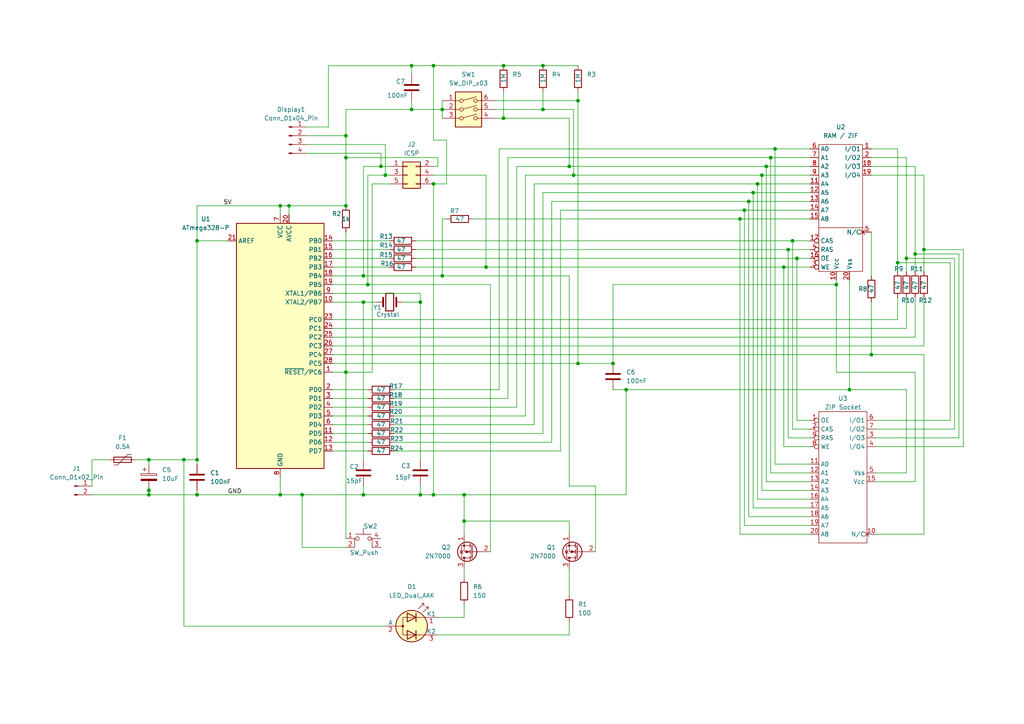
<source format=kicad_sch>
(kicad_sch (version 20231120) (generator "eeschema") (generator_version "8.0")
  (paper "A4")
  (title_block (title "RAM Tester Thru-Hole Version") (date "2024-11-24") (rev "1.1"))
  (lib_symbols
    (symbol "514256-DIP_1"
      (property "Reference" "514256" (at 12.7 6.604 0))
      (symbol "514256-DIP_1_0_1"
        (polyline (pts (xy 6.35 -19.05) (xy 19.05 -19.05)))
        (rectangle (start 6.35 5.08) (end 19.05 -31.75))
      )
      (symbol "514256-DIP_1_1_1"
        (pin bidirectional line (at 21.59 3.81 180) (length 2.54) (name "I/O1") (number "1"))
        (pin input line (at 11.43 -34.29 90) (length 2.54) (name "Vcc") (number "10"))
        (pin input line (at 3.81 -6.35 0) (length 2.54) (name "A4") (number "11"))
        (pin input line (at 3.81 -8.89 0) (length 2.54) (name "A5") (number "12"))
        (pin input line (at 3.81 -11.43 0) (length 2.54) (name "A6") (number "13"))
        (pin input line (at 3.81 -13.97 0) (length 2.54) (name "A7") (number "14"))
        (pin input line (at 3.81 -16.51 0) (length 2.54) (name "A8") (number "15"))
        (pin input inverted (at 3.81 -27.94 0) (length 2.54) (name "OE") (number "16"))
        (pin input inverted (at 3.81 -22.86 0) (length 2.54) (name "CAS") (number "17"))
        (pin bidirectional line (at 21.59 -1.27 180) (length 2.54) (name "I/O3") (number "18"))
        (pin bidirectional line (at 21.59 -3.81 180) (length 2.54) (name "I/O4") (number "19"))
        (pin bidirectional line (at 21.59 1.27 180) (length 2.54) (name "I/O2") (number "2"))
        (pin input line (at 15.24 -34.29 90) (length 2.54) (name "Vss") (number "20"))
        (pin input inverted (at 3.81 -30.48 0) (length 2.54) (name "WE") (number "3"))
        (pin input inverted (at 3.81 -25.4 0) (length 2.54) (name "RAS") (number "4"))
        (pin passive non_logic (at 21.59 -20.32 180) (length 2.54) (name "N/C") (number "5"))
        (pin input line (at 3.81 3.81 0) (length 2.54) (name "A0") (number "6"))
        (pin input line (at 3.81 1.27 0) (length 2.54) (name "A1") (number "7"))
        (pin input line (at 3.81 -1.27 0) (length 2.54) (name "A2") (number "8"))
        (pin input line (at 3.81 -3.81 0) (length 2.54) (name "A3") (number "9"))
      )
    )
    (symbol "Connector:Conn_01x02_Pin" (pin_names (offset 1.016) hide)
      (property "Reference" "J" (at 0 2.54 0))
      (property "Value" "Conn_01x02_Pin" (at 0 -5.08 0))
      (symbol "Conn_01x02_Pin_1_1"
        (polyline (pts (xy 1.27 -2.54) (xy 0.8636 -2.54)) (stroke (width 0.1524)))
        (polyline (pts (xy 1.27 0) (xy 0.8636 0)) (stroke (width 0.1524)))
        (rectangle (start 0.8636 -2.413) (end 0 -2.667) (stroke (width 0.1524)) (fill (type outline)))
        (rectangle (start 0.8636 0.127) (end 0 -0.127) (stroke (width 0.1524)) (fill (type outline)))
        (pin passive line (at 5.08 0 180) (length 3.81) (name "Pin_1") (number "1"))
        (pin passive line (at 5.08 -2.54 180) (length 3.81) (name "Pin_2") (number "2"))
      )
    )
    (symbol "Connector:Conn_01x04_Pin" (pin_names (offset 1.016) hide)
      (property "Reference" "J" (at 0 5.08 0))
      (property "Value" "Conn_01x04_Pin" (at 0 -7.62 0))
      (symbol "Conn_01x04_Pin_1_1"
        (polyline (pts (xy 1.27 -5.08) (xy 0.8636 -5.08)) (stroke (width 0.1524)))
        (polyline (pts (xy 1.27 -2.54) (xy 0.8636 -2.54)) (stroke (width 0.1524)))
        (polyline (pts (xy 1.27 0) (xy 0.8636 0)) (stroke (width 0.1524)))
        (polyline (pts (xy 1.27 2.54) (xy 0.8636 2.54)) (stroke (width 0.1524)))
        (rectangle (start 0.8636 -4.953) (end 0 -5.207) (stroke (width 0.1524)) (fill (type outline)))
        (rectangle (start 0.8636 -2.413) (end 0 -2.667) (stroke (width 0.1524)) (fill (type outline)))
        (rectangle (start 0.8636 0.127) (end 0 -0.127) (stroke (width 0.1524)) (fill (type outline)))
        (rectangle (start 0.8636 2.667) (end 0 2.413) (stroke (width 0.1524)) (fill (type outline)))
        (pin passive line (at 5.08 2.54 180) (length 3.81) (name "Pin_1") (number "1"))
        (pin passive line (at 5.08 0 180) (length 3.81) (name "Pin_2") (number "2"))
        (pin passive line (at 5.08 -2.54 180) (length 3.81) (name "Pin_3") (number "3"))
        (pin passive line (at 5.08 -5.08 180) (length 3.81) (name "Pin_4") (number "4"))
      )
    )
    (symbol "Connector_Generic:Conn_02x03_Odd_Even" (pin_names (offset 1.016) hide)
      (property "Reference" "J" (at 1.27 5.08 0))
      (property "Value" "Conn_02x03_Odd_Even" (at 1.27 -5.08 0))
      (symbol "Conn_02x03_Odd_Even_1_1"
        (rectangle (start -1.27 -2.413) (end 0 -2.667) (stroke (width 0.1524)))
        (rectangle (start -1.27 0.127) (end 0 -0.127) (stroke (width 0.1524)))
        (rectangle (start -1.27 2.667) (end 0 2.413) (stroke (width 0.1524)))
        (rectangle (start -1.27 3.81) (end 3.81 -3.81) (stroke (width 0.254)) (fill (type background)))
        (rectangle (start 3.81 -2.413) (end 2.54 -2.667) (stroke (width 0.1524)))
        (rectangle (start 3.81 0.127) (end 2.54 -0.127) (stroke (width 0.1524)))
        (rectangle (start 3.81 2.667) (end 2.54 2.413) (stroke (width 0.1524)))
        (pin passive line (at -5.08 2.54 0) (length 3.81) (name "Pin_1") (number "1"))
        (pin passive line (at 7.62 2.54 180) (length 3.81) (name "Pin_2") (number "2"))
        (pin passive line (at -5.08 0 0) (length 3.81) (name "Pin_3") (number "3"))
        (pin passive line (at 7.62 0 180) (length 3.81) (name "Pin_4") (number "4"))
        (pin passive line (at -5.08 -2.54 0) (length 3.81) (name "Pin_5") (number "5"))
        (pin passive line (at 7.62 -2.54 180) (length 3.81) (name "Pin_6") (number "6"))
      )
    )
    (symbol "Device:C" (pin_numbers hide) (pin_names (offset 0.254))
      (property "Reference" "C" (at 0.635 2.54 0))
      (property "Value" "C" (at 0.635 -2.54 0))
      (symbol "C_0_1"
        (polyline (pts (xy -2.032 -0.762) (xy 2.032 -0.762)) (stroke (width 0.508)))
        (polyline (pts (xy -2.032 0.762) (xy 2.032 0.762)) (stroke (width 0.508)))
      )
      (symbol "C_1_1"
        (pin passive line (at 0 3.81 270) (length 2.794) (name "~") (number "1"))
        (pin passive line (at 0 -3.81 90) (length 2.794) (name "~") (number "2"))
      )
    )
    (symbol "Device:C_Polarized" (pin_numbers hide) (pin_names (offset 0.254))
      (property "Reference" "C" (at 0.635 2.54 0))
      (property "Value" "C_Polarized" (at 0.635 -2.54 0))
      (symbol "C_Polarized_0_1"
        (rectangle (start -2.286 0.508) (end 2.286 1.016))
        (polyline (pts (xy -1.778 2.286) (xy -0.762 2.286)))
        (polyline (pts (xy -1.27 2.794) (xy -1.27 1.778)))
        (rectangle (start 2.286 -0.508) (end -2.286 -1.016) (fill (type outline)))
      )
      (symbol "C_Polarized_1_1"
        (pin passive line (at 0 3.81 270) (length 2.794) (name "~") (number "1"))
        (pin passive line (at 0 -3.81 90) (length 2.794) (name "~") (number "2"))
      )
    )
    (symbol "Device:Crystal" (pin_numbers hide) (pin_names (offset 1.016) hide)
      (property "Reference" "Y" (at 0 3.81 0))
      (property "Value" "Crystal" (at 0 -3.81 0))
      (symbol "Crystal_0_1"
        (rectangle (start -1.143 2.54) (end 1.143 -2.54) (stroke (width 0.3048)))
        (polyline (pts (xy -2.54 0) (xy -1.905 0)))
        (polyline (pts (xy -1.905 -1.27) (xy -1.905 1.27)) (stroke (width 0.508)))
        (polyline (pts (xy 1.905 -1.27) (xy 1.905 1.27)) (stroke (width 0.508)))
        (polyline (pts (xy 2.54 0) (xy 1.905 0)))
      )
      (symbol "Crystal_1_1"
        (pin passive line (at -3.81 0 0) (length 1.27) (name "1") (number "1"))
        (pin passive line (at 3.81 0 180) (length 1.27) (name "2") (number "2"))
      )
    )
    (symbol "Device:LED_Dual_KAK" (pin_names (offset 0))
      (property "Reference" "D" (at 0 5.715 0))
      (property "Value" "LED_Dual_KAK" (at 0 -6.35 0))
      (symbol "LED_Dual_KAK_0_1"
        (circle (center -2.54 0) (radius 0.2794) (fill (type outline)))
        (polyline (pts (xy -4.572 0) (xy -2.54 0)))
        (polyline (pts (xy 1.27 -1.27) (xy 1.27 -3.81)) (stroke (width 0.254)))
        (polyline (pts (xy 1.27 3.81) (xy 1.27 1.27)) (stroke (width 0.254)))
        (polyline (pts (xy 3.81 -2.54) (xy 1.905 -2.54)))
        (polyline (pts (xy 3.81 2.54) (xy 1.905 2.54)))
        (polyline (pts (xy -1.27 -1.27) (xy -1.27 -3.81) (xy 1.27 -2.54) (xy -1.27 -1.27)) (stroke (width 0.254)))
        (polyline (pts (xy -1.27 3.81) (xy -1.27 1.27) (xy 1.27 2.54) (xy -1.27 3.81)) (stroke (width 0.254)))
        (polyline (pts (xy 2.032 2.54) (xy -2.54 2.54) (xy -2.54 -2.54) (xy 2.032 -2.54)))
        (polyline (pts (xy 2.032 5.08) (xy 3.556 6.604) (xy 2.794 6.604) (xy 3.556 6.604) (xy 3.556 5.842)))
        (polyline (pts (xy 3.302 4.064) (xy 4.826 5.588) (xy 4.064 5.588) (xy 4.826 5.588) (xy 4.826 4.826)))
        (circle (center 0 0) (radius 4.572) (stroke (width 0.254)) (fill (type background)))
      )
      (symbol "LED_Dual_KAK_1_1"
        (pin input line (at 7.62 2.54 180) (length 3.81) (name "K1") (number "1"))
        (pin input line (at -7.62 0 0) (length 3.048) (name "A") (number "2"))
        (pin input line (at 7.62 -2.54 180) (length 3.81) (name "K2") (number "3"))
      )
    )
    (symbol "Device:Polyfuse" (pin_numbers hide) (pin_names (offset 0))
      (property "Reference" "F" (at -2.54 0 90))
      (property "Value" "Polyfuse" (at 2.54 0 90))
      (symbol "Polyfuse_0_1"
        (rectangle (start -0.762 2.54) (end 0.762 -2.54) (stroke (width 0.254)))
        (polyline (pts (xy 0 2.54) (xy 0 -2.54)))
        (polyline (pts (xy -1.524 2.54) (xy -1.524 1.524) (xy 1.524 -1.524) (xy 1.524 -2.54)))
      )
      (symbol "Polyfuse_1_1"
        (pin passive line (at 0 3.81 270) (length 1.27) (name "~") (number "1"))
        (pin passive line (at 0 -3.81 90) (length 1.27) (name "~") (number "2"))
      )
    )
    (symbol "Device:R" (pin_numbers hide) (pin_names (offset 0))
      (property "Reference" "R" (at 2.032 0 90))
      (property "Value" "R" (at 0 0 90))
      (symbol "R_0_1"
        (rectangle (start -1.016 -2.54) (end 1.016 2.54) (stroke (width 0.254)))
      )
      (symbol "R_1_1"
        (pin passive line (at 0 3.81 270) (length 1.27) (name "~") (number "1"))
        (pin passive line (at 0 -3.81 90) (length 1.27) (name "~") (number "2"))
      )
    )
    (symbol "MCU_Microchip_ATmega:ATmega328-P"
      (property "Reference" "U" (at -12.7 36.83 0))
      (property "Value" "ATmega328-P" (at 2.54 -36.83 0))
      (symbol "ATmega328-P_0_1"
        (rectangle (start -12.7 -35.56) (end 12.7 35.56) (stroke (width 0.254)) (fill (type background)))
      )
      (symbol "ATmega328-P_1_1"
        (pin bidirectional line (at 15.24 -7.62 180) (length 2.54) (name "~{RESET}/PC6") (number "1"))
        (pin bidirectional line (at 15.24 12.7 180) (length 2.54) (name "XTAL2/PB7") (number "10"))
        (pin bidirectional line (at 15.24 -25.4 180) (length 2.54) (name "PD5") (number "11"))
        (pin bidirectional line (at 15.24 -27.94 180) (length 2.54) (name "PD6") (number "12"))
        (pin bidirectional line (at 15.24 -30.48 180) (length 2.54) (name "PD7") (number "13"))
        (pin bidirectional line (at 15.24 30.48 180) (length 2.54) (name "PB0") (number "14"))
        (pin bidirectional line (at 15.24 27.94 180) (length 2.54) (name "PB1") (number "15"))
        (pin bidirectional line (at 15.24 25.4 180) (length 2.54) (name "PB2") (number "16"))
        (pin bidirectional line (at 15.24 22.86 180) (length 2.54) (name "PB3") (number "17"))
        (pin bidirectional line (at 15.24 20.32 180) (length 2.54) (name "PB4") (number "18"))
        (pin bidirectional line (at 15.24 17.78 180) (length 2.54) (name "PB5") (number "19"))
        (pin bidirectional line (at 15.24 -12.7 180) (length 2.54) (name "PD0") (number "2"))
        (pin power_in line (at 2.54 38.1 270) (length 2.54) (name "AVCC") (number "20"))
        (pin passive line (at -15.24 30.48 0) (length 2.54) (name "AREF") (number "21"))
        (pin passive line (at 0 -38.1 90) (length 2.54) hide (name "GND") (number "22"))
        (pin bidirectional line (at 15.24 7.62 180) (length 2.54) (name "PC0") (number "23"))
        (pin bidirectional line (at 15.24 5.08 180) (length 2.54) (name "PC1") (number "24"))
        (pin bidirectional line (at 15.24 2.54 180) (length 2.54) (name "PC2") (number "25"))
        (pin bidirectional line (at 15.24 0 180) (length 2.54) (name "PC3") (number "26"))
        (pin bidirectional line (at 15.24 -2.54 180) (length 2.54) (name "PC4") (number "27"))
        (pin bidirectional line (at 15.24 -5.08 180) (length 2.54) (name "PC5") (number "28"))
        (pin bidirectional line (at 15.24 -15.24 180) (length 2.54) (name "PD1") (number "3"))
        (pin bidirectional line (at 15.24 -17.78 180) (length 2.54) (name "PD2") (number "4"))
        (pin bidirectional line (at 15.24 -20.32 180) (length 2.54) (name "PD3") (number "5"))
        (pin bidirectional line (at 15.24 -22.86 180) (length 2.54) (name "PD4") (number "6"))
        (pin power_in line (at 0 38.1 270) (length 2.54) (name "VCC") (number "7"))
        (pin power_in line (at 0 -38.1 90) (length 2.54) (name "GND") (number "8"))
        (pin bidirectional line (at 15.24 15.24 180) (length 2.54) (name "XTAL1/PB6") (number "9"))
      )
    )
    (symbol "Memory_RAM:514256-ZIP"
      (property "Reference" "U" (at 1.27 0 0))
      (symbol "514256-ZIP_1_1"
        (rectangle (start -3.81 -1.27) (end 10.16 -39.37))
        (pin input inverted (at -6.35 -3.81 0) (length 2.54) (name "OE") (number "1"))
        (pin passive non_logic (at 12.7 -36.83 180) (length 2.54) (name "N/C") (number "10"))
        (pin input line (at -6.35 -16.51 0) (length 2.54) (name "A0") (number "11"))
        (pin input line (at -6.35 -19.05 0) (length 2.54) (name "A1") (number "12"))
        (pin input line (at -6.35 -21.59 0) (length 2.54) (name "A2") (number "13"))
        (pin input line (at -6.35 -24.13 0) (length 2.54) (name "A3") (number "14"))
        (pin input line (at 12.7 -21.59 180) (length 2.54) (name "Vcc") (number "15"))
        (pin input line (at -6.35 -26.67 0) (length 2.54) (name "A4") (number "16"))
        (pin input line (at -6.35 -29.21 0) (length 2.54) (name "A5") (number "17"))
        (pin input line (at -6.35 -31.75 0) (length 2.54) (name "A6") (number "18"))
        (pin input line (at -6.35 -34.29 0) (length 2.54) (name "A7") (number "19"))
        (pin input inverted (at -6.35 -6.35 0) (length 2.54) (name "CAS") (number "2"))
        (pin input line (at -6.35 -36.83 0) (length 2.54) (name "A8") (number "20"))
        (pin bidirectional line (at 12.7 -8.89 180) (length 2.54) (name "I/O3") (number "3"))
        (pin bidirectional line (at 12.7 -11.43 180) (length 2.54) (name "I/O4") (number "4"))
        (pin input line (at 12.7 -19.05 180) (length 2.54) (name "Vss") (number "5"))
        (pin bidirectional line (at 12.7 -3.81 180) (length 2.54) (name "I/O1") (number "6"))
        (pin bidirectional line (at 12.7 -6.35 180) (length 2.54) (name "I/O2") (number "7"))
        (pin input inverted (at -6.35 -11.43 0) (length 2.54) (name "WE") (number "8"))
        (pin input inverted (at -6.35 -8.89 0) (length 2.54) (name "RAS") (number "9"))
      )
    )
    (symbol "Switch:SW_DIP_x03" (pin_names (offset 0) hide)
      (property "Reference" "SW" (at 0 6.35 0))
      (property "Value" "SW_DIP_x03" (at 0 -6.35 0))
      (symbol "SW_DIP_x03_0_0"
        (circle (center -2.032 -2.54) (radius 0.508))
        (circle (center -2.032 0) (radius 0.508))
        (circle (center -2.032 2.54) (radius 0.508))
        (polyline (pts (xy -1.524 -2.413) (xy 2.3622 -1.3716)))
        (polyline (pts (xy -1.524 0.127) (xy 2.3622 1.1684)))
        (polyline (pts (xy -1.524 2.667) (xy 2.3622 3.7084)))
        (circle (center 2.032 -2.54) (radius 0.508))
        (circle (center 2.032 0) (radius 0.508))
        (circle (center 2.032 2.54) (radius 0.508))
      )
      (symbol "SW_DIP_x03_0_1"
        (rectangle (start -3.81 5.08) (end 3.81 -5.08) (stroke (width 0.254)) (fill (type background)))
      )
      (symbol "SW_DIP_x03_1_1"
        (pin passive line (at -7.62 2.54 0) (length 5.08) (name "~") (number "1"))
        (pin passive line (at -7.62 0 0) (length 5.08) (name "~") (number "2"))
        (pin passive line (at -7.62 -2.54 0) (length 5.08) (name "~") (number "3"))
        (pin passive line (at 7.62 -2.54 180) (length 5.08) (name "~") (number "4"))
        (pin passive line (at 7.62 0 180) (length 5.08) (name "~") (number "5"))
        (pin passive line (at 7.62 2.54 180) (length 5.08) (name "~") (number "6"))
      )
    )
    (symbol "Switch:SW_MEC_5E" (pin_names (offset 1.016) hide)
      (property "Reference" "SW" (at 0.635 5.715 0))
      (property "Value" "SW_MEC_5E" (at 0 -3.175 0))
      (symbol "SW_MEC_5E_0_1"
        (circle (center -1.778 2.54) (radius 0.508))
        (polyline (pts (xy -2.286 3.81) (xy 2.286 3.81)))
        (polyline (pts (xy 0 3.81) (xy 0 5.588)))
        (polyline (pts (xy -2.54 0) (xy -2.54 2.54) (xy -2.286 2.54)))
        (polyline (pts (xy 2.54 0) (xy 2.54 2.54) (xy 2.286 2.54)))
        (circle (center 1.778 2.54) (radius 0.508))
        (pin passive line (at -5.08 2.54 0) (length 2.54) (name "1") (number "1"))
        (pin passive line (at -5.08 0 0) (length 2.54) (name "2") (number "2"))
        (pin passive line (at 5.08 0 180) (length 2.54) (name "K") (number "3"))
        (pin passive line (at 5.08 2.54 180) (length 2.54) (name "A") (number "4"))
      )
    )
    (symbol "Transistor_FET:2N7000" (pin_names hide)
      (property "Reference" "Q" (at 5.08 1.905 0))
      (property "Value" "2N7000" (at 5.08 0 0))
      (symbol "2N7000_0_1"
        (polyline (pts (xy 0.254 0) (xy -2.54 0)))
        (polyline (pts (xy 0.254 1.905) (xy 0.254 -1.905)) (stroke (width 0.254)))
        (polyline (pts (xy 0.762 -1.27) (xy 0.762 -2.286)) (stroke (width 0.254)))
        (polyline (pts (xy 0.762 0.508) (xy 0.762 -0.508)) (stroke (width 0.254)))
        (polyline (pts (xy 0.762 2.286) (xy 0.762 1.27)) (stroke (width 0.254)))
        (polyline (pts (xy 2.54 2.54) (xy 2.54 1.778)))
        (polyline (pts (xy 2.54 -2.54) (xy 2.54 0) (xy 0.762 0)))
        (polyline (pts (xy 0.762 -1.778) (xy 3.302 -1.778) (xy 3.302 1.778) (xy 0.762 1.778)))
        (polyline (pts (xy 1.016 0) (xy 2.032 0.381) (xy 2.032 -0.381) (xy 1.016 0)) (fill (type outline)))
        (polyline (pts (xy 2.794 0.508) (xy 2.921 0.381) (xy 3.683 0.381) (xy 3.81 0.254)))
        (polyline (pts (xy 3.302 0.381) (xy 2.921 -0.254) (xy 3.683 -0.254) (xy 3.302 0.381)))
        (circle (center 1.651 0) (radius 2.794) (stroke (width 0.254)))
        (circle (center 2.54 -1.778) (radius 0.254) (fill (type outline)))
        (circle (center 2.54 1.778) (radius 0.254) (fill (type outline)))
      )
      (symbol "2N7000_1_1"
        (pin passive line (at 2.54 -5.08 90) (length 2.54) (name "S") (number "1"))
        (pin input line (at -5.08 0 0) (length 2.54) (name "G") (number "2"))
        (pin passive line (at 2.54 5.08 270) (length 2.54) (name "D") (number "3"))
      )
    )
  )
  (junction (at 121.92 143.51))
  (junction (at 262.89 74.93))
  (junction (at 83.82 59.69))
  (junction (at 43.18 133.35))
  (junction (at 100.33 45.72))
  (junction (at 105.41 87.63))
  (junction (at 100.33 59.69))
  (junction (at 217.17 58.42))
  (junction (at 157.48 19.05))
  (junction (at 128.27 31.75))
  (junction (at 53.34 133.35))
  (junction (at 100.33 39.37))
  (junction (at 57.15 133.35))
  (junction (at 57.15 143.51))
  (junction (at 146.05 19.05))
  (junction (at 119.38 31.75))
  (junction (at 165.1 48.26))
  (junction (at 214.63 63.5))
  (junction (at 220.98 50.8))
  (junction (at 43.18 143.51))
  (junction (at 260.35 76.2))
  (junction (at 105.41 80.01))
  (junction (at 121.92 87.63))
  (junction (at 128.27 80.01))
  (junction (at 111.76 50.8))
  (junction (at 134.62 151.13))
  (junction (at 81.28 59.69))
  (junction (at 181.61 113.03))
  (junction (at 146.05 34.29))
  (junction (at 229.87 69.85))
  (junction (at 224.79 43.18))
  (junction (at 246.38 113.03))
  (junction (at 125.73 143.51))
  (junction (at 140.97 77.47))
  (junction (at 43.18 142.24))
  (junction (at 219.71 53.34))
  (junction (at 167.64 29.21))
  (junction (at 215.9 60.96))
  (junction (at 87.63 143.51))
  (junction (at 119.38 19.05))
  (junction (at 252.73 102.87))
  (junction (at 177.8 105.41))
  (junction (at 267.97 72.39))
  (junction (at 242.57 82.55))
  (junction (at 110.49 48.26))
  (junction (at 157.48 31.75))
  (junction (at 57.15 69.85))
  (junction (at 228.6 72.39))
  (junction (at 223.52 45.72))
  (junction (at 218.44 55.88))
  (junction (at 106.68 82.55))
  (junction (at 105.41 143.51))
  (junction (at 125.73 53.34))
  (junction (at 231.14 74.93))
  (junction (at 166.37 50.8))
  (junction (at 167.64 105.41))
  (junction (at 134.62 143.51))
  (junction (at 81.28 143.51))
  (junction (at 227.33 77.47))
  (junction (at 100.33 107.95))
  (junction (at 222.25 48.26))
  (junction (at 265.43 73.66))
  (junction (at 125.73 19.05))
  (wire (pts (xy 114.3 123.19) (xy 154.94 123.19)))
  (wire (pts (xy 147.32 45.72) (xy 147.32 115.57)))
  (wire (pts (xy 107.95 53.34) (xy 107.95 107.95)))
  (wire (pts (xy 106.68 125.73) (xy 96.52 125.73)))
  (wire (pts (xy 140.97 50.8) (xy 140.97 77.47)))
  (wire (pts (xy 219.71 53.34) (xy 234.95 53.34)))
  (wire (pts (xy 57.15 134.62) (xy 57.15 133.35)))
  (wire (pts (xy 121.92 85.09) (xy 121.92 87.63)))
  (wire (pts (xy 152.4 50.8) (xy 166.37 50.8)))
  (wire (pts (xy 165.1 165.1) (xy 165.1 172.72)))
  (wire (pts (xy 172.72 140.97) (xy 165.1 140.97)))
  (wire (pts (xy 157.48 19.05) (xy 167.64 19.05)))
  (wire (pts (xy 262.89 113.03) (xy 246.38 113.03)))
  (wire (pts (xy 234.95 127) (xy 228.6 127)))
  (wire (pts (xy 228.6 127) (xy 228.6 72.39)))
  (wire (pts (xy 114.3 130.81) (xy 162.56 130.81)))
  (wire (pts (xy 129.54 40.64) (xy 129.54 53.34)))
  (wire (pts (xy 252.73 43.18) (xy 260.35 43.18)))
  (wire (pts (xy 105.41 87.63) (xy 105.41 133.35)))
  (wire (pts (xy 95.25 36.83) (xy 88.9 36.83)))
  (wire (pts (xy 220.98 50.8) (xy 234.95 50.8)))
  (wire (pts (xy 234.95 60.96) (xy 215.9 60.96)))
  (wire (pts (xy 100.33 158.75) (xy 87.63 158.75)))
  (wire (pts (xy 53.34 133.35) (xy 57.15 133.35)))
  (wire (pts (xy 278.13 73.66) (xy 265.43 73.66)))
  (wire (pts (xy 134.62 143.51) (xy 134.62 151.13)))
  (wire (pts (xy 114.3 125.73) (xy 157.48 125.73)))
  (wire (pts (xy 254 121.92) (xy 275.59 121.92)))
  (wire (pts (xy 262.89 74.93) (xy 276.86 74.93)))
  (wire (pts (xy 252.73 45.72) (xy 262.89 45.72)))
  (wire (pts (xy 227.33 129.54) (xy 227.33 77.47)))
  (wire (pts (xy 223.52 137.16) (xy 223.52 45.72)))
  (wire (pts (xy 121.92 87.63) (xy 121.92 133.35)))
  (wire (pts (xy 100.33 31.75) (xy 100.33 39.37)))
  (wire (pts (xy 57.15 59.69) (xy 81.28 59.69)))
  (wire (pts (xy 231.14 121.92) (xy 231.14 74.93)))
  (wire (pts (xy 146.05 26.67) (xy 146.05 34.29)))
  (wire (pts (xy 143.51 34.29) (xy 146.05 34.29)))
  (wire (pts (xy 125.73 40.64) (xy 129.54 40.64)))
  (wire (pts (xy 107.95 107.95) (xy 100.33 107.95)))
  (wire (pts (xy 134.62 143.51) (xy 181.61 143.51)))
  (wire (pts (xy 105.41 140.97) (xy 105.41 143.51)))
  (wire (pts (xy 234.95 134.62) (xy 224.79 134.62)))
  (wire (pts (xy 119.38 19.05) (xy 125.73 19.05)))
  (wire (pts (xy 106.68 82.55) (xy 142.24 82.55)))
  (wire (pts (xy 157.48 55.88) (xy 157.48 125.73)))
  (wire (pts (xy 166.37 31.75) (xy 166.37 50.8)))
  (wire (pts (xy 100.33 45.72) (xy 100.33 59.69)))
  (wire (pts (xy 105.41 48.26) (xy 105.41 80.01)))
  (wire (pts (xy 114.3 113.03) (xy 144.78 113.03)))
  (wire (pts (xy 279.4 72.39) (xy 279.4 129.54)))
  (wire (pts (xy 87.63 158.75) (xy 87.63 143.51)))
  (wire (pts (xy 105.41 87.63) (xy 109.22 87.63)))
  (wire (pts (xy 146.05 19.05) (xy 157.48 19.05)))
  (wire (pts (xy 113.03 53.34) (xy 107.95 53.34)))
  (wire (pts (xy 143.51 31.75) (xy 157.48 31.75)))
  (wire (pts (xy 276.86 74.93) (xy 276.86 124.46)))
  (wire (pts (xy 96.52 69.85) (xy 113.03 69.85)))
  (wire (pts (xy 96.52 102.87) (xy 252.73 102.87)))
  (wire (pts (xy 219.71 144.78) (xy 219.71 53.34)))
  (wire (pts (xy 96.52 113.03) (xy 106.68 113.03)))
  (wire (pts (xy 177.8 105.41) (xy 167.64 105.41)))
  (wire (pts (xy 167.64 26.67) (xy 167.64 29.21)))
  (wire (pts (xy 234.95 147.32) (xy 218.44 147.32)))
  (wire (pts (xy 265.43 139.7) (xy 265.43 107.95)))
  (wire (pts (xy 252.73 87.63) (xy 252.73 102.87)))
  (wire (pts (xy 149.86 48.26) (xy 165.1 48.26)))
  (wire (pts (xy 129.54 63.5) (xy 128.27 63.5)))
  (wire (pts (xy 228.6 72.39) (xy 234.95 72.39)))
  (wire (pts (xy 57.15 69.85) (xy 66.04 69.85)))
  (wire (pts (xy 129.54 53.34) (xy 125.73 53.34)))
  (wire (pts (xy 111.76 50.8) (xy 106.68 50.8)))
  (wire (pts (xy 88.9 44.45) (xy 110.49 44.45)))
  (wire (pts (xy 121.92 140.97) (xy 121.92 143.51)))
  (wire (pts (xy 43.18 133.35) (xy 53.34 133.35)))
  (wire (pts (xy 120.65 74.93) (xy 231.14 74.93)))
  (wire (pts (xy 149.86 118.11) (xy 149.86 48.26)))
  (wire (pts (xy 125.73 48.26) (xy 127 48.26)))
  (wire (pts (xy 134.62 151.13) (xy 134.62 154.94)))
  (wire (pts (xy 95.25 19.05) (xy 95.25 36.83)))
  (wire (pts (xy 57.15 142.24) (xy 57.15 143.51)))
  (wire (pts (xy 234.95 121.92) (xy 231.14 121.92)))
  (wire (pts (xy 146.05 34.29) (xy 165.1 34.29)))
  (wire (pts (xy 267.97 50.8) (xy 267.97 72.39)))
  (wire (pts (xy 214.63 63.5) (xy 137.16 63.5)))
  (wire (pts (xy 157.48 31.75) (xy 166.37 31.75)))
  (wire (pts (xy 234.95 124.46) (xy 229.87 124.46)))
  (wire (pts (xy 262.89 74.93) (xy 262.89 78.74)))
  (wire (pts (xy 134.62 165.1) (xy 134.62 167.64)))
  (wire (pts (xy 252.73 50.8) (xy 267.97 50.8)))
  (wire (pts (xy 152.4 50.8) (xy 152.4 120.65)))
  (wire (pts (xy 120.65 77.47) (xy 140.97 77.47)))
  (wire (pts (xy 119.38 29.21) (xy 119.38 31.75)))
  (wire (pts (xy 106.68 50.8) (xy 106.68 82.55)))
  (wire (pts (xy 144.78 43.18) (xy 224.79 43.18)))
  (wire (pts (xy 223.52 45.72) (xy 147.32 45.72)))
  (wire (pts (xy 110.49 44.45) (xy 110.49 48.26)))
  (wire (pts (xy 100.33 59.69) (xy 83.82 59.69)))
  (wire (pts (xy 154.94 53.34) (xy 219.71 53.34)))
  (wire (pts (xy 165.1 48.26) (xy 222.25 48.26)))
  (wire (pts (xy 265.43 97.79) (xy 96.52 97.79)))
  (wire (pts (xy 53.34 181.61) (xy 111.76 181.61)))
  (wire (pts (xy 119.38 19.05) (xy 95.25 19.05)))
  (wire (pts (xy 142.24 82.55) (xy 142.24 160.02)))
  (wire (pts (xy 114.3 118.11) (xy 149.86 118.11)))
  (wire (pts (xy 262.89 95.25) (xy 96.52 95.25)))
  (wire (pts (xy 224.79 43.18) (xy 234.95 43.18)))
  (wire (pts (xy 229.87 124.46) (xy 229.87 69.85)))
  (wire (pts (xy 265.43 48.26) (xy 265.43 73.66)))
  (wire (pts (xy 96.52 115.57) (xy 106.68 115.57)))
  (wire (pts (xy 166.37 50.8) (xy 220.98 50.8)))
  (wire (pts (xy 234.95 45.72) (xy 223.52 45.72)))
  (wire (pts (xy 252.73 67.31) (xy 252.73 80.01)))
  (wire (pts (xy 81.28 59.69) (xy 81.28 62.23)))
  (wire (pts (xy 128.27 31.75) (xy 128.27 34.29)))
  (wire (pts (xy 262.89 86.36) (xy 262.89 95.25)))
  (wire (pts (xy 140.97 77.47) (xy 227.33 77.47)))
  (wire (pts (xy 127 179.07) (xy 134.62 179.07)))
  (wire (pts (xy 96.52 123.19) (xy 106.68 123.19)))
  (wire (pts (xy 234.95 63.5) (xy 214.63 63.5)))
  (wire (pts (xy 43.18 143.51) (xy 57.15 143.51)))
  (wire (pts (xy 81.28 143.51) (xy 87.63 143.51)))
  (wire (pts (xy 177.8 113.03) (xy 181.61 113.03)))
  (wire (pts (xy 96.52 128.27) (xy 106.68 128.27)))
  (wire (pts (xy 162.56 60.96) (xy 162.56 130.81)))
  (wire (pts (xy 114.3 115.57) (xy 147.32 115.57)))
  (wire (pts (xy 242.57 81.28) (xy 242.57 82.55)))
  (wire (pts (xy 242.57 82.55) (xy 177.8 82.55)))
  (wire (pts (xy 120.65 72.39) (xy 228.6 72.39)))
  (wire (pts (xy 222.25 48.26) (xy 234.95 48.26)))
  (wire (pts (xy 218.44 55.88) (xy 157.48 55.88)))
  (wire (pts (xy 105.41 80.01) (xy 128.27 80.01)))
  (wire (pts (xy 215.9 60.96) (xy 162.56 60.96)))
  (wire (pts (xy 100.33 67.31) (xy 100.33 107.95)))
  (wire (pts (xy 127 48.26) (xy 127 45.72)))
  (wire (pts (xy 260.35 43.18) (xy 260.35 76.2)))
  (wire (pts (xy 234.95 152.4) (xy 215.9 152.4)))
  (wire (pts (xy 252.73 102.87) (xy 267.97 102.87)))
  (wire (pts (xy 167.64 29.21) (xy 167.64 105.41)))
  (wire (pts (xy 134.62 151.13) (xy 165.1 151.13)))
  (wire (pts (xy 165.1 151.13) (xy 165.1 154.94)))
  (wire (pts (xy 157.48 26.67) (xy 157.48 31.75)))
  (wire (pts (xy 267.97 86.36) (xy 267.97 100.33)))
  (wire (pts (xy 234.95 144.78) (xy 219.71 144.78)))
  (wire (pts (xy 260.35 76.2) (xy 260.35 78.74)))
  (wire (pts (xy 96.52 100.33) (xy 267.97 100.33)))
  (wire (pts (xy 262.89 137.16) (xy 262.89 113.03)))
  (wire (pts (xy 242.57 107.95) (xy 242.57 82.55)))
  (wire (pts (xy 181.61 113.03) (xy 246.38 113.03)))
  (wire (pts (xy 128.27 29.21) (xy 128.27 31.75)))
  (wire (pts (xy 114.3 120.65) (xy 152.4 120.65)))
  (wire (pts (xy 114.3 128.27) (xy 160.02 128.27)))
  (wire (pts (xy 128.27 80.01) (xy 165.1 80.01)))
  (wire (pts (xy 111.76 41.91) (xy 111.76 50.8)))
  (wire (pts (xy 254 127) (xy 278.13 127)))
  (wire (pts (xy 265.43 73.66) (xy 265.43 78.74)))
  (wire (pts (xy 267.97 72.39) (xy 279.4 72.39)))
  (wire (pts (xy 96.52 107.95) (xy 100.33 107.95)))
  (wire (pts (xy 260.35 86.36) (xy 260.35 92.71)))
  (wire (pts (xy 260.35 92.71) (xy 96.52 92.71)))
  (wire (pts (xy 177.8 82.55) (xy 177.8 105.41)))
  (wire (pts (xy 96.52 87.63) (xy 105.41 87.63)))
  (wire (pts (xy 220.98 142.24) (xy 220.98 50.8)))
  (wire (pts (xy 222.25 139.7) (xy 222.25 48.26)))
  (wire (pts (xy 96.52 77.47) (xy 113.03 77.47)))
  (wire (pts (xy 96.52 80.01) (xy 105.41 80.01)))
  (wire (pts (xy 125.73 143.51) (xy 134.62 143.51)))
  (wire (pts (xy 57.15 69.85) (xy 57.15 59.69)))
  (wire (pts (xy 144.78 113.03) (xy 144.78 43.18)))
  (wire (pts (xy 57.15 143.51) (xy 81.28 143.51)))
  (wire (pts (xy 246.38 81.28) (xy 246.38 113.03)))
  (wire (pts (xy 96.52 85.09) (xy 121.92 85.09)))
  (wire (pts (xy 267.97 154.94) (xy 254 154.94)))
  (wire (pts (xy 125.73 19.05) (xy 125.73 40.64)))
  (wire (pts (xy 43.18 133.35) (xy 43.18 134.62)))
  (wire (pts (xy 234.95 129.54) (xy 227.33 129.54)))
  (wire (pts (xy 154.94 123.19) (xy 154.94 53.34)))
  (wire (pts (xy 254 139.7) (xy 265.43 139.7)))
  (wire (pts (xy 87.63 143.51) (xy 105.41 143.51)))
  (wire (pts (xy 160.02 58.42) (xy 217.17 58.42)))
  (wire (pts (xy 165.1 34.29) (xy 165.1 48.26)))
  (wire (pts (xy 234.95 55.88) (xy 218.44 55.88)))
  (wire (pts (xy 120.65 69.85) (xy 229.87 69.85)))
  (wire (pts (xy 53.34 181.61) (xy 53.34 133.35)))
  (wire (pts (xy 96.52 82.55) (xy 106.68 82.55)))
  (wire (pts (xy 125.73 50.8) (xy 140.97 50.8)))
  (wire (pts (xy 218.44 147.32) (xy 218.44 55.88)))
  (wire (pts (xy 265.43 86.36) (xy 265.43 97.79)))
  (wire (pts (xy 100.33 107.95) (xy 100.33 156.21)))
  (wire (pts (xy 43.18 140.97) (xy 43.18 142.24)))
  (wire (pts (xy 165.1 180.34) (xy 165.1 184.15)))
  (wire (pts (xy 81.28 138.43) (xy 81.28 143.51)))
  (wire (pts (xy 100.33 39.37) (xy 100.33 45.72)))
  (wire (pts (xy 96.52 118.11) (xy 106.68 118.11)))
  (wire (pts (xy 83.82 59.69) (xy 81.28 59.69)))
  (wire (pts (xy 110.49 48.26) (xy 105.41 48.26)))
  (wire (pts (xy 43.18 142.24) (xy 43.18 143.51)))
  (wire (pts (xy 234.95 137.16) (xy 223.52 137.16)))
  (wire (pts (xy 57.15 133.35) (xy 57.15 69.85)))
  (wire (pts (xy 275.59 76.2) (xy 260.35 76.2)))
  (wire (pts (xy 88.9 41.91) (xy 111.76 41.91)))
  (wire (pts (xy 100.33 31.75) (xy 119.38 31.75)))
  (wire (pts (xy 231.14 74.93) (xy 234.95 74.93)))
  (wire (pts (xy 181.61 113.03) (xy 181.61 143.51)))
  (wire (pts (xy 96.52 72.39) (xy 113.03 72.39)))
  (wire (pts (xy 214.63 154.94) (xy 214.63 63.5)))
  (wire (pts (xy 278.13 127) (xy 278.13 73.66)))
  (wire (pts (xy 229.87 69.85) (xy 234.95 69.85)))
  (wire (pts (xy 134.62 179.07) (xy 134.62 175.26)))
  (wire (pts (xy 127 45.72) (xy 100.33 45.72)))
  (wire (pts (xy 262.89 45.72) (xy 262.89 74.93)))
  (wire (pts (xy 217.17 58.42) (xy 234.95 58.42)))
  (wire (pts (xy 172.72 160.02) (xy 172.72 140.97)))
  (wire (pts (xy 128.27 63.5) (xy 128.27 80.01)))
  (wire (pts (xy 234.95 142.24) (xy 220.98 142.24)))
  (wire (pts (xy 113.03 50.8) (xy 111.76 50.8)))
  (wire (pts (xy 119.38 21.59) (xy 119.38 19.05)))
  (wire (pts (xy 26.67 143.51) (xy 43.18 143.51)))
  (wire (pts (xy 276.86 124.46) (xy 254 124.46)))
  (wire (pts (xy 265.43 107.95) (xy 242.57 107.95)))
  (wire (pts (xy 105.41 143.51) (xy 121.92 143.51)))
  (wire (pts (xy 275.59 121.92) (xy 275.59 76.2)))
  (wire (pts (xy 96.52 120.65) (xy 106.68 120.65)))
  (wire (pts (xy 279.4 129.54) (xy 254 129.54)))
  (wire (pts (xy 106.68 130.81) (xy 96.52 130.81)))
  (wire (pts (xy 83.82 62.23) (xy 83.82 59.69)))
  (wire (pts (xy 121.92 87.63) (xy 116.84 87.63)))
  (wire (pts (xy 234.95 139.7) (xy 222.25 139.7)))
  (wire (pts (xy 252.73 48.26) (xy 265.43 48.26)))
  (wire (pts (xy 39.37 133.35) (xy 43.18 133.35)))
  (wire (pts (xy 165.1 80.01) (xy 165.1 140.97)))
  (wire (pts (xy 234.95 149.86) (xy 217.17 149.86)))
  (wire (pts (xy 26.67 133.35) (xy 31.75 133.35)))
  (wire (pts (xy 234.95 154.94) (xy 214.63 154.94)))
  (wire (pts (xy 125.73 53.34) (xy 125.73 143.51)))
  (wire (pts (xy 217.17 149.86) (xy 217.17 58.42)))
  (wire (pts (xy 267.97 102.87) (xy 267.97 154.94)))
  (wire (pts (xy 119.38 31.75) (xy 128.27 31.75)))
  (wire (pts (xy 88.9 39.37) (xy 100.33 39.37)))
  (wire (pts (xy 267.97 72.39) (xy 267.97 78.74)))
  (wire (pts (xy 143.51 29.21) (xy 167.64 29.21)))
  (wire (pts (xy 165.1 184.15) (xy 127 184.15)))
  (wire (pts (xy 224.79 134.62) (xy 224.79 43.18)))
  (wire (pts (xy 113.03 48.26) (xy 110.49 48.26)))
  (wire (pts (xy 254 137.16) (xy 262.89 137.16)))
  (wire (pts (xy 160.02 128.27) (xy 160.02 58.42)))
  (wire (pts (xy 121.92 143.51) (xy 125.73 143.51)))
  (wire (pts (xy 146.05 19.05) (xy 125.73 19.05)))
  (wire (pts (xy 167.64 105.41) (xy 96.52 105.41)))
  (wire (pts (xy 96.52 74.93) (xy 113.03 74.93)))
  (wire (pts (xy 26.67 140.97) (xy 26.67 133.35)))
  (wire (pts (xy 215.9 152.4) (xy 215.9 60.96)))
  (wire (pts (xy 227.33 77.47) (xy 234.95 77.47)))
  (label "5V" (at 64.77 59.69 0) (property "Netclass" "Vcc" (effects (hide yes))))
  (label "GND" (at 66.04 143.51 0) (property "Netclass" "GND" (effects (hide yes))))
  (symbol (lib_id "Device:R") (at 260.35 82.55 0) (unit 1)
    (property "Reference" "R9" (at 259.334 77.978 0) (effects (justify left)))
    (property "Value" "47" (at 260.35 84.074 90) (effects (justify left)))
    (property "Footprint" "Resistor_THT:R_Axial_DIN0204_L3.6mm_D1.6mm_P7.62mm_Horizontal" (effects (hide yes)))
    (property "Description" "Resistor" (effects (hide yes)))
  )
  (symbol (lib_id "Memory_RAM:514256-ZIP") (at 241.3 118.11 0) (unit 1)
    (property "Reference" "U3" (at 244.475 115.57 0))
    (property "Value" "ZIP Socket" (at 244.475 118.11 0))
    (property "Footprint" "Package_DIP:ZIP-20" (effects (hide yes)))
  )
  (symbol (lib_id "Device:Crystal") (at 113.03 87.63 0) (unit 1)
    (property "Reference" "Y1" (at 109.474 89.154 0))
    (property "Value" "Crystal" (at 112.522 91.186 0))
    (property "Footprint" "Crystal:Crystal_HC49-U_Vertical" (effects (hide yes)))
    (property "Description" "Two pin crystal" (effects (hide yes)))
  )
  (symbol (lib_id "Device:R") (at 252.73 83.82 180) (unit 1)
    (property "Reference" "R8" (at 248.92 83.82 0) (effects (justify right)))
    (property "Value" "47" (at 252.73 85.09 90) (effects (justify right)))
    (property "Footprint" "Resistor_THT:R_Axial_DIN0204_L3.6mm_D1.6mm_P7.62mm_Horizontal" (effects (hide yes)))
    (property "Description" "Resistor" (effects (hide yes)))
  )
  (symbol (lib_id "Device:R") (at 110.49 125.73 90) (unit 1)
    (property "Reference" "R22" (at 115.062 124.714 90))
    (property "Value" "47" (at 110.49 125.73 90))
    (property "Footprint" "Resistor_THT:R_Axial_DIN0204_L3.6mm_D1.6mm_P7.62mm_Horizontal" (effects (hide yes)))
    (property "Description" "Resistor" (effects (hide yes)))
  )
  (symbol (lib_id "Device:R") (at 165.1 176.53 180) (unit 1)
    (property "Reference" "R1" (at 167.64 175.2599 0) (effects (justify right)))
    (property "Value" "100" (at 167.64 177.7999 0) (effects (justify right)))
    (property "Footprint" "Resistor_THT:R_Axial_DIN0204_L3.6mm_D1.6mm_P7.62mm_Horizontal" (effects (hide yes)))
    (property "Description" "Resistor" (effects (hide yes)))
  )
  (symbol (lib_id "Device:R") (at 167.64 22.86 0) (unit 1)
    (property "Reference" "R3" (at 170.18 21.5899 0) (effects (justify left)))
    (property "Value" "1M" (at 167.64 24.13 90) (effects (justify left)))
    (property "Footprint" "Resistor_THT:R_Axial_DIN0204_L3.6mm_D1.6mm_P7.62mm_Horizontal" (effects (hide yes)))
    (property "Description" "Resistor" (effects (hide yes)))
  )
  (symbol (lib_id "Device:R") (at 110.49 115.57 90) (unit 1)
    (property "Reference" "R18" (at 114.808 114.554 90))
    (property "Value" "47" (at 110.49 113.03 90))
    (property "Footprint" "Resistor_THT:R_Axial_DIN0204_L3.6mm_D1.6mm_P7.62mm_Horizontal" (effects (hide yes)))
    (property "Description" "Resistor" (effects (hide yes)))
  )
  (symbol (lib_id "Device:Polyfuse") (at 35.56 133.35 90) (unit 1)
    (property "Reference" "F1" (at 35.56 127 90))
    (property "Value" "0.5A" (at 35.56 129.54 90))
    (property "Footprint" "Fuse:Fuse_Littelfuse_395Series" (effects (hide yes)))
    (property "Description" "Resettable fuse, polymeric positive temperature coefficient" (effects (hide yes)))
  )
  (symbol (lib_id "Device:R") (at 134.62 171.45 0) (unit 1)
    (property "Reference" "R6" (at 137.16 170.1799 0) (effects (justify left)))
    (property "Value" "150" (at 137.16 172.7199 0) (effects (justify left)))
    (property "Footprint" "Resistor_THT:R_Axial_DIN0204_L3.6mm_D1.6mm_P7.62mm_Horizontal" (effects (hide yes)))
    (property "Description" "Resistor" (effects (hide yes)))
  )
  (symbol (lib_id "Device:C") (at 121.92 137.16 0) (unit 1)
    (property "Reference" "C3" (at 116.332 135.128 0) (effects (justify left)))
    (property "Value" "15pF" (at 114.554 138.43 0) (effects (justify left)))
    (property "Footprint" "Capacitor_THT:C_Disc_D4.3mm_W1.9mm_P5.00mm" (effects (hide yes)))
    (property "Description" "Unpolarized capacitor" (effects (hide yes)))
  )
  (symbol (lib_id "Device:R") (at 110.49 120.65 90) (unit 1)
    (property "Reference" "R20" (at 114.808 119.38 90))
    (property "Value" "47" (at 110.49 120.65 90))
    (property "Footprint" "Resistor_THT:R_Axial_DIN0204_L3.6mm_D1.6mm_P7.62mm_Horizontal" (effects (hide yes)))
    (property "Description" "Resistor" (effects (hide yes)))
  )
  (symbol (lib_id "Device:R") (at 133.35 63.5 90) (unit 1)
    (property "Reference" "R7" (at 131.826 61.214 90))
    (property "Value" "47" (at 133.35 63.5 90))
    (property "Footprint" "Resistor_THT:R_Axial_DIN0204_L3.6mm_D1.6mm_P7.62mm_Horizontal" (effects (hide yes)))
    (property "Description" "Resistor" (effects (hide yes)))
  )
  (symbol (lib_id "Device:R") (at 116.84 74.93 90) (unit 1)
    (property "Reference" "R15" (at 112.014 73.914 90))
    (property "Value" "47" (at 116.332 74.93 90))
    (property "Footprint" "Resistor_THT:R_Axial_DIN0204_L3.6mm_D1.6mm_P7.62mm_Horizontal" (effects (hide yes)))
    (property "Description" "Resistor" (effects (hide yes)))
  )
  (symbol (lib_id "Connector_Generic:Conn_02x03_Odd_Even") (at 118.11 50.8 0) (unit 1)
    (property "Reference" "J2" (at 119.38 41.91 0))
    (property "Value" "ICSP" (at 119.38 44.45 0))
    (property "Footprint" "Connector_PinHeader_2.54mm:PinHeader_2x03_P2.54mm_Vertical" (effects (hide yes)))
    (property "Description" "Generic connector, double row, 02x03, odd/even pin numbering scheme (row 1 odd numbers, row 2 even numbers), script generated (kicad-library-utils/schlib/autogen/connector/)" (effects (hide yes)))
  )
  (symbol (lib_id "Device:R") (at 110.49 130.81 90) (unit 1)
    (property "Reference" "R24" (at 115.062 130.048 90))
    (property "Value" "47" (at 110.49 130.81 90))
    (property "Footprint" "Resistor_THT:R_Axial_DIN0204_L3.6mm_D1.6mm_P7.62mm_Horizontal" (effects (hide yes)))
    (property "Description" "Resistor" (effects (hide yes)))
  )
  (symbol (lib_id "Transistor_FET:2N7000") (at 137.16 160.02 180) (unit 1)
    (property "Reference" "Q2" (at 130.81 158.7499 0) (effects (justify left)))
    (property "Value" "2N7000" (at 130.81 161.2899 0) (effects (justify left)))
    (property "Footprint" "Package_TO_SOT_THT:TO-92_Inline" (effects (hide yes)))
    (property "Datasheet" "https://www.vishay.com/docs/70226/70226.pdf" (effects (hide yes)))
    (property "Description" "0.2A Id, 200V Vds, N-Channel MOSFET, 2.6V Logic Level, TO-92" (effects (hide yes)))
  )
  (symbol (lib_id "Switch:SW_DIP_x03") (at 135.89 31.75 0) (unit 1)
    (property "Reference" "SW1" (at 135.89 21.59 0))
    (property "Value" "SW_DIP_x03" (at 135.89 24.13 0))
    (property "Footprint" "Button_Switch_THT:SW_DIP_SPSTx03_Slide_9.78x9.8mm_W7.62mm_P2.54mm" (effects (hide yes)))
    (property "Description" "3x DIP Switch, Single Pole Single Throw (SPST) switch, small symbol" (effects (hide yes)))
  )
  (symbol (lib_name "514256-DIP_1") (lib_id "Memory_RAM:514256-DIP") (at 231.14 46.99 0) (unit 1)
    (property "Reference" "U2" (at 243.84 36.83 0))
    (property "Value" "RAM / ZIF" (at 243.84 39.37 0))
    (property "Footprint" "Package_DIP:DIP-20_W7.62mm_LongPads" (effects (hide yes)))
  )
  (symbol (lib_id "Device:R") (at 262.89 82.55 0) (unit 1)
    (property "Reference" "R10" (at 261.366 87.122 0) (effects (justify left)))
    (property "Value" "47" (at 262.89 84.074 90) (effects (justify left)))
    (property "Footprint" "Resistor_THT:R_Axial_DIN0204_L3.6mm_D1.6mm_P7.62mm_Horizontal" (effects (hide yes)))
    (property "Description" "Resistor" (effects (hide yes)))
  )
  (symbol (lib_id "Device:R") (at 110.49 128.27 90) (unit 1)
    (property "Reference" "R23" (at 115.062 127.254 90))
    (property "Value" "47" (at 110.49 128.27 90))
    (property "Footprint" "Resistor_THT:R_Axial_DIN0204_L3.6mm_D1.6mm_P7.62mm_Horizontal" (effects (hide yes)))
    (property "Description" "Resistor" (effects (hide yes)))
  )
  (symbol (lib_id "Device:R") (at 116.84 69.85 90) (unit 1)
    (property "Reference" "R13" (at 112.014 68.58 90))
    (property "Value" "47" (at 116.332 69.85 90))
    (property "Footprint" "Resistor_THT:R_Axial_DIN0204_L3.6mm_D1.6mm_P7.62mm_Horizontal" (effects (hide yes)))
    (property "Description" "Resistor" (effects (hide yes)))
  )
  (symbol (lib_id "Device:R") (at 110.49 118.11 90) (unit 1)
    (property "Reference" "R19" (at 114.808 117.094 90))
    (property "Value" "47" (at 110.49 118.11 90))
    (property "Footprint" "Resistor_THT:R_Axial_DIN0204_L3.6mm_D1.6mm_P7.62mm_Horizontal" (effects (hide yes)))
    (property "Description" "Resistor" (effects (hide yes)))
  )
  (symbol (lib_id "Device:R") (at 110.49 113.03 90) (unit 1)
    (property "Reference" "R17" (at 114.808 112.014 90))
    (property "Value" "47" (at 110.49 115.57 90))
    (property "Footprint" "Resistor_THT:R_Axial_DIN0204_L3.6mm_D1.6mm_P7.62mm_Horizontal" (effects (hide yes)))
    (property "Description" "Resistor" (effects (hide yes)))
  )
  (symbol (lib_id "Device:R") (at 100.33 63.5 0) (unit 1)
    (property "Reference" "R2" (at 96.266 61.976 0) (effects (justify left)))
    (property "Value" "1k" (at 99.06 63.5 0) (effects (justify left)))
    (property "Footprint" "Resistor_THT:R_Axial_DIN0204_L3.6mm_D1.6mm_P7.62mm_Horizontal" (effects (hide yes)))
    (property "Description" "Resistor" (effects (hide yes)))
  )
  (symbol (lib_id "Device:C") (at 177.8 109.22 0) (unit 1)
    (property "Reference" "C6" (at 181.61 107.9499 0) (effects (justify left)))
    (property "Value" "100nF" (at 181.61 110.4899 0) (effects (justify left)))
    (property "Footprint" "Capacitor_THT:C_Disc_D4.3mm_W1.9mm_P5.00mm" (effects (hide yes)))
    (property "Description" "Unpolarized capacitor" (effects (hide yes)))
  )
  (symbol (lib_id "Device:R") (at 116.84 77.47 90) (unit 1)
    (property "Reference" "R16" (at 112.268 76.454 90))
    (property "Value" "47" (at 116.332 77.47 90))
    (property "Footprint" "Resistor_THT:R_Axial_DIN0204_L3.6mm_D1.6mm_P7.62mm_Horizontal" (effects (hide yes)))
    (property "Description" "Resistor" (effects (hide yes)))
  )
  (symbol (lib_id "Device:LED_Dual_KAK") (at 119.38 181.61 0) (unit 1)
    (property "Reference" "D1" (at 119.4435 170.18 0))
    (property "Value" "LED_Dual_AAK" (at 119.4435 172.72 0))
    (property "Footprint" "LED_THT:LED_D5.0mm-3" (effects (hide yes)))
    (property "Description" "Dual LED, common anode on pin 2" (effects (hide yes)))
  )
  (symbol (lib_id "Transistor_FET:2N7000") (at 167.64 160.02 180) (unit 1)
    (property "Reference" "Q1" (at 161.29 158.7499 0) (effects (justify left)))
    (property "Value" "2N7000" (at 161.29 161.2899 0) (effects (justify left)))
    (property "Footprint" "Package_TO_SOT_THT:TO-92_Inline" (effects (hide yes)))
    (property "Datasheet" "https://www.vishay.com/docs/70226/70226.pdf" (effects (hide yes)))
    (property "Description" "0.2A Id, 200V Vds, N-Channel MOSFET, 2.6V Logic Level, TO-92" (effects (hide yes)))
  )
  (symbol (lib_id "Connector:Conn_01x04_Pin") (at 83.82 39.37 0) (unit 1)
    (property "Reference" "Display1" (at 84.455 31.75 0))
    (property "Value" "Conn_01x04_Pin" (at 84.455 34.29 0))
    (property "Footprint" "Connector_PinHeader_2.54mm:PinHeader_1x04_P2.54mm_Vertical" (effects (hide yes)))
    (property "Description" "Generic connector, single row, 01x04, script generated" (effects (hide yes)))
  )
  (symbol (lib_id "Device:R") (at 110.49 123.19 90) (unit 1)
    (property "Reference" "R21" (at 115.062 122.174 90))
    (property "Value" "47" (at 110.49 123.19 90))
    (property "Footprint" "Resistor_THT:R_Axial_DIN0204_L3.6mm_D1.6mm_P7.62mm_Horizontal" (effects (hide yes)))
    (property "Description" "Resistor" (effects (hide yes)))
  )
  (symbol (lib_id "Device:C_Polarized") (at 43.18 138.43 0) (unit 1)
    (property "Reference" "C5" (at 46.99 136.2709 0) (effects (justify left)))
    (property "Value" "10uF" (at 46.99 138.8109 0) (effects (justify left)))
    (property "Footprint" "Capacitor_THT:CP_Radial_D4.0mm_P2.00mm" (effects (hide yes)))
    (property "Description" "Polarized capacitor" (effects (hide yes)))
  )
  (symbol (lib_id "Device:C") (at 105.41 137.16 0) (unit 1)
    (property "Reference" "C2" (at 101.346 135.382 0) (effects (justify left)))
    (property "Value" "15pF" (at 100.33 139.446 0) (effects (justify left)))
    (property "Footprint" "Capacitor_THT:C_Disc_D4.3mm_W1.9mm_P5.00mm" (effects (hide yes)))
    (property "Description" "Unpolarized capacitor" (effects (hide yes)))
  )
  (symbol (lib_id "Device:R") (at 267.97 82.55 0) (unit 1)
    (property "Reference" "R12" (at 266.446 87.122 0) (effects (justify left)))
    (property "Value" "47" (at 267.97 84.074 90) (effects (justify left)))
    (property "Footprint" "Resistor_THT:R_Axial_DIN0204_L3.6mm_D1.6mm_P7.62mm_Horizontal" (effects (hide yes)))
    (property "Description" "Resistor" (effects (hide yes)))
  )
  (symbol (lib_id "Connector:Conn_01x02_Pin") (at 21.59 140.97 0) (unit 1)
    (property "Reference" "J1" (at 22.225 135.89 0))
    (property "Value" "Conn_01x02_Pin" (at 22.225 138.43 0))
    (property "Footprint" "Connector_USB:MicroUSB PowerOnly" (effects (hide yes)))
    (property "Description" "Generic connector, single row, 01x02, script generated" (effects (hide yes)))
  )
  (symbol (lib_id "Device:R") (at 265.43 82.55 0) (unit 1)
    (property "Reference" "R11" (at 263.906 77.978 0) (effects (justify left)))
    (property "Value" "47" (at 265.43 84.074 90) (effects (justify left)))
    (property "Footprint" "Resistor_THT:R_Axial_DIN0204_L3.6mm_D1.6mm_P7.62mm_Horizontal" (effects (hide yes)))
    (property "Description" "Resistor" (effects (hide yes)))
  )
  (symbol (lib_id "Switch:SW_MEC_5E") (at 105.41 158.75 0) (unit 1)
    (property "Reference" "SW2" (at 107.442 152.654 0))
    (property "Value" "SW_Push" (at 105.664 160.274 0))
    (property "Footprint" "Button_Switch_THT:SW_TH_Tactile_Omron_B3F-10xx" (effects (hide yes)))
    (property "Datasheet" "http://www.apem.com/int/index.php?controller=attachment&id_attachment=1371" (effects (hide yes)))
    (property "Description" "MEC 5E single pole normally-open tactile switch" (effects (hide yes)))
  )
  (symbol (lib_id "Device:C") (at 119.38 25.4 0) (unit 1)
    (property "Reference" "C7" (at 114.808 23.622 0) (effects (justify left)))
    (property "Value" "100nF" (at 112.268 27.686 0) (effects (justify left)))
    (property "Footprint" "Capacitor_THT:C_Disc_D4.3mm_W1.9mm_P5.00mm" (effects (hide yes)))
    (property "Description" "Unpolarized capacitor" (effects (hide yes)))
  )
  (symbol (lib_id "Device:R") (at 146.05 22.86 0) (unit 1)
    (property "Reference" "R5" (at 148.59 21.5899 0) (effects (justify left)))
    (property "Value" "1M" (at 146.05 24.13 90) (effects (justify left)))
    (property "Footprint" "Resistor_THT:R_Axial_DIN0204_L3.6mm_D1.6mm_P7.62mm_Horizontal" (effects (hide yes)))
    (property "Description" "Resistor" (effects (hide yes)))
  )
  (symbol (lib_id "MCU_Microchip_ATmega:ATmega328-P") (at 81.28 100.33 0) (unit 1)
    (property "Reference" "U1" (at 59.69 63.5314 0))
    (property "Value" "ATmega328-P" (at 59.69 66.0714 0))
    (property "Footprint" "Package_DIP:DIP-28_W7.62mm" (effects (hide yes)))
    (property "Datasheet" "http://ww1.microchip.com/downloads/en/DeviceDoc/ATmega328_P%20AVR%20MCU%20with%20picoPower%20Technology%20Data%20Sheet%2040001984A.pdf" (effects (hide yes)))
    (property "Description" "20MHz, 32kB Flash, 2kB SRAM, 1kB EEPROM, DIP-28" (effects (hide yes)))
  )
  (symbol (lib_id "Device:R") (at 116.84 72.39 90) (unit 1)
    (property "Reference" "R14" (at 112.014 71.12 90))
    (property "Value" "47" (at 116.332 72.39 90))
    (property "Footprint" "Resistor_THT:R_Axial_DIN0204_L3.6mm_D1.6mm_P7.62mm_Horizontal" (effects (hide yes)))
    (property "Description" "Resistor" (effects (hide yes)))
  )
  (symbol (lib_id "Device:R") (at 157.48 22.86 0) (unit 1)
    (property "Reference" "R4" (at 160.02 21.5899 0) (effects (justify left)))
    (property "Value" "1M" (at 157.48 24.13 90) (effects (justify left)))
    (property "Footprint" "Resistor_THT:R_Axial_DIN0204_L3.6mm_D1.6mm_P7.62mm_Horizontal" (effects (hide yes)))
    (property "Description" "Resistor" (effects (hide yes)))
  )
  (symbol (lib_id "Device:C") (at 57.15 138.43 0) (unit 1)
    (property "Reference" "C1" (at 60.96 137.1599 0) (effects (justify left)))
    (property "Value" "100nF" (at 60.96 139.6999 0) (effects (justify left)))
    (property "Footprint" "Capacitor_THT:C_Disc_D4.3mm_W1.9mm_P5.00mm" (effects (hide yes)))
    (property "Description" "Unpolarized capacitor" (effects (hide yes)))
  )
)
</source>
